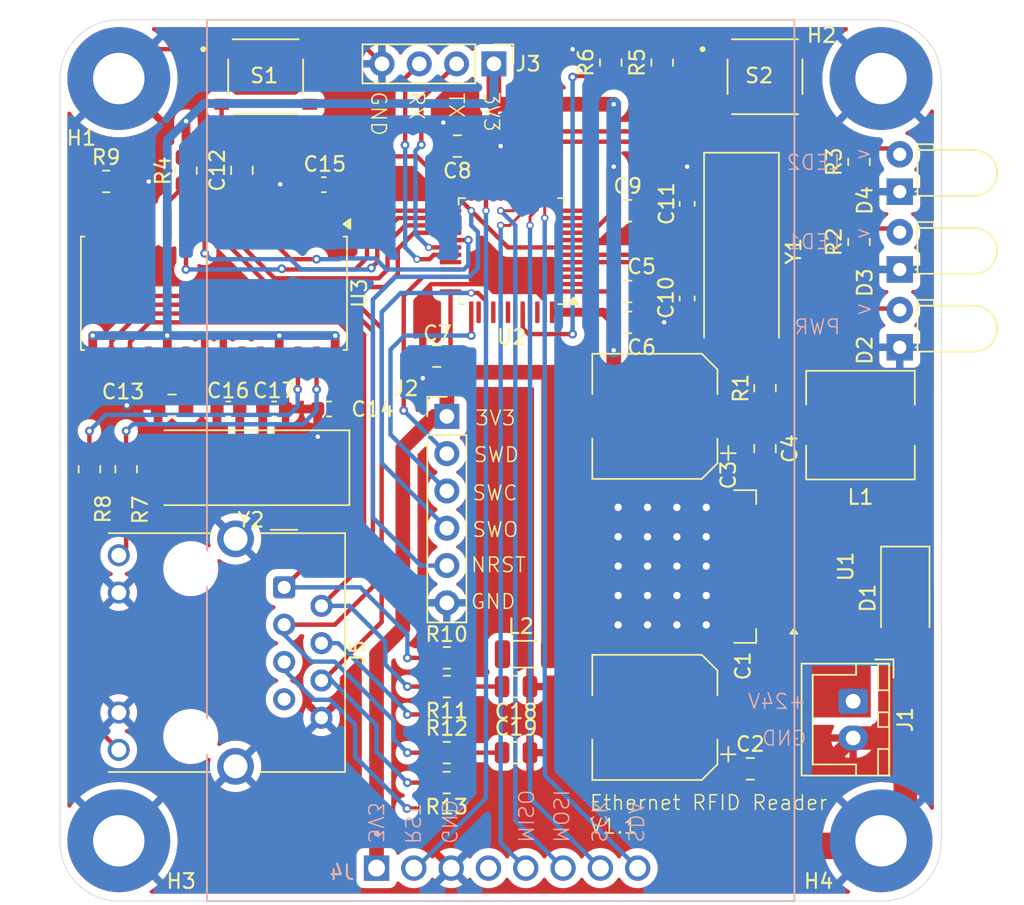
<source format=kicad_pcb>
(kicad_pcb (version 20240108) (generator "pcbnew") (generator_version "8.0")
  (title_block (title "Ethernet RFID Reader") (date "2024-11-06") (rev "1.0"))
  (layers (0 "F.Cu" signal) (31 "B.Cu" signal) (34 "B.Paste" user) (35 "F.Paste" user) (36 "B.SilkS" user "B.Silkscreen") (37 "F.SilkS" user "F.Silkscreen") (38 "B.Mask" user) (39 "F.Mask" user) (44 "Edge.Cuts" user))
  (net 0 "")
  (net 1 "+24V")
  (net 2 "GND")
  (net 3 "+3V3")
  (net 4 "/HSE_IN")
  (net 5 "/HSE_OUT")
  (net 6 "/NRST")
  (net 7 "Net-(U3-VCAP)")
  (net 8 "/ETH_OSC1")
  (net 9 "/ETH_OSC2")
  (net 10 "Net-(J5-TCT)")
  (net 11 "Net-(J5-RCT)")
  (net 12 "Net-(D1-K)")
  (net 13 "Net-(D2-A)")
  (net 14 "Net-(D3-A)")
  (net 15 "Net-(D4-A)")
  (net 16 "/SWDIO")
  (net 17 "/SWCLK")
  (net 18 "/UART_TX")
  (net 19 "/UART_RX")
  (net 20 "/RFID_RST")
  (net 22 "/RFID_MISO")
  (net 23 "/RFID_MOSI")
  (net 24 "/RFID_SCK")
  (net 25 "/RFID_NSS")
  (net 26 "/TPOUT+")
  (net 27 "/TPOUT-")
  (net 28 "/TPIN+")
  (net 29 "/TPIN-")
  (net 31 "/LEDA")
  (net 32 "/LEDB")
  (net 33 "/LED1")
  (net 34 "/LED2")
  (net 35 "Net-(R5-Pad1)")
  (net 36 "/BOOT0")
  (net 37 "Net-(U3-LEDA)")
  (net 38 "Net-(U3-LEDB)")
  (net 39 "Net-(U3-RBIAS)")
  (net 49 "/SWOUT")
  (net 50 "/ETH_NSS")
  (net 51 "/ETH_SCK")
  (net 52 "/ETH_MISO")
  (net 53 "/ETH_MOSI")
  (net 63 "/ETH_IRQ")
  (footprint "Resistor_SMD:R_0805_2012Metric" (layer "F.Cu") (at 126.325 126.9375 180)
    (property "Reference" "R13")
    (property "Value" "49.9")
  )
  (footprint "MountingHole:MountingHole_3.5mm_Pad" (layer "F.Cu") (at 155.9 79 180)
    (property "Reference" "H2")
    (property "Value" "MountingHole_Pad")
  )
  (footprint "Capacitor_SMD:C_0805_2012Metric" (layer "F.Cu") (at 131.05 120.4)
    (property "Reference" "C18")
    (property "Value" "100n")
  )
  (footprint "Connector_PinHeader_2.54mm:PinHeader_1x04_P2.54mm_Vertical" (layer "F.Cu") (at 129.54 78 -90)
    (property "Reference" "J3")
    (property "Value" "UART")
  )
  (footprint "libs:SW_TS-1187A-B-A-B" (layer "F.Cu") (at 148 78.875)
    (property "Reference" "S2")
    (property "Value" "BOOT0")
  )
  (footprint "Crystal:Crystal_SMD_HC49-SD" (layer "F.Cu") (at 146.4 90.75 -90)
    (property "Reference" "Y1")
    (property "Value" "8M")
  )
  (footprint "Resistor_SMD:R_0805_2012Metric" (layer "F.Cu") (at 104.5 105.6 -90)
    (property "Reference" "R7")
    (property "Value" "100")
  )
  (footprint "Resistor_SMD:R_0805_2012Metric" (layer "F.Cu") (at 154.4 84.6725 90)
    (property "Reference" "R3")
    (property "Value" "100")
  )
  (footprint "Capacitor_SMD:C_0603_1608Metric" (layer "F.Cu") (at 117.96 86.225 180)
    (property "Reference" "C15")
    (property "Value" "10u")
  )
  (footprint "libs:SW_TS-1187A-B-A-B" (layer "F.Cu") (at 114 78.875)
    (property "Reference" "S1")
    (property "Value" "NRST")
  )
  (footprint "Resistor_SMD:R_0805_2012Metric" (layer "F.Cu") (at 141 77.9125 -90)
    (property "Reference" "R5")
    (property "Value" "1K")
  )
  (footprint "Resistor_SMD:R_0805_2012Metric" (layer "F.Cu") (at 148 100.0875 90)
    (property "Reference" "R1")
    (property "Value" "100")
  )
  (footprint "Capacitor_SMD:C_0603_1608Metric" (layer "F.Cu") (at 142.7 87.525 -90)
    (property "Reference" "C11")
    (property "Value" "20p")
  )
  (footprint "Resistor_SMD:R_0805_2012Metric" (layer "F.Cu") (at 103.1375 86.005)
    (property "Reference" "R9")
    (property "Value" "2.2k")
  )
  (footprint "Capacitor_SMD:CP_Elec_8x10" (layer "F.Cu") (at 140.5 122.5 180)
    (property "Reference" "C1")
    (property "Value" "470u")
  )
  (footprint "Resistor_SMD:R_0805_2012Metric" (layer "F.Cu") (at 102 105.6 -90)
    (property "Reference" "R8")
    (property "Value" "100")
  )
  (footprint "Capacitor_SMD:C_0805_2012Metric" (layer "F.Cu") (at 127.05 83.6 180)
    (property "Reference" "C8")
    (property "Value" "100n")
  )
  (footprint "Crystal:Crystal_SMD_HC49-SD" (layer "F.Cu") (at 113 105.5 180)
    (property "Reference" "Y2")
    (property "Value" "25M")
  )
  (footprint "Capacitor_SMD:CP_Elec_8x10" (layer "F.Cu") (at 140.5 102 180)
    (property "Reference" "C3")
    (property "Value" "470u")
  )
  (footprint "Resistor_SMD:R_0805_2012Metric" (layer "F.Cu") (at 154.4 90.1225 90)
    (property "Reference" "R2")
    (property "Value" "100")
  )
  (footprint "Resistor_SMD:R_0805_2012Metric" (layer "F.Cu") (at 126.3375 124.9 180)
    (property "Reference" "R12")
    (property "Value" "49.9")
  )
  (footprint "libs:RJ45_Hanrun_HR911105A_Horizontal" (layer "F.Cu") (at 115.26 113.645 -90)
    (property "Reference" "J5")
    (property "Value" "RJ45_Hanrun_HR911105A_Horizontal")
  )
  (footprint "Inductor_SMD:L_7.3x7.3_H4.5" (layer "F.Cu") (at 154.5 102.6 180)
    (property "Reference" "L1")
    (property "Value" "33u")
  )
  (footprint "Capacitor_SMD:C_0603_1608Metric" (layer "F.Cu") (at 114.58 101.5 180)
    (property "Reference" "C17")
    (property "Value" "20p")
  )
  (footprint "Capacitor_SMD:C_0805_2012Metric" (layer "F.Cu") (at 107.625 101.25 180)
    (property "Reference" "C13")
    (property "Value" "22u")
  )
  (footprint "Capacitor_SMD:C_0805_2012Metric" (layer "F.Cu") (at 131.05 124.9)
    (property "Reference" "C19")
    (property "Value" "100n")
  )
  (footprint "LED_THT:LED_D3.0mm_Horizontal_O1.27mm_Z2.0mm" (layer "F.Cu") (at 157.175 92 90)
    (property "Reference" "D3")
    (property "Value" "LED")
  )
  (footprint "LED_THT:LED_D3.0mm_Horizontal_O1.27mm_Z2.0mm" (layer "F.Cu") (at 157.175 97.3 90)
    (property "Reference" "D2")
    (property "Value" "LED")
  )
  (footprint "Package_TO_SOT_SMD:TO-263-5_TabPin3" (layer "F.Cu") (at 142.575 112.225 180)
    (property "Reference" "U1")
    (property "Value" "LM2596S-3.3")
  )
  (footprint "Connector_PinHeader_2.54mm:PinHeader_1x06_P2.54mm_Vertical" (layer "F.Cu") (at 126.3375 102)
    (property "Reference" "J2")
    (property "Value" "ST-LINK")
  )
  (footprint "MountingHole:MountingHole_3.5mm_Pad" (layer "F.Cu") (at 104 130.9 180)
    (property "Reference" "H3")
    (property "Value" "MountingHole_Pad")
  )
  (footprint "Capacitor_SMD:C_0805_2012Metric" (layer "F.Cu") (at 148 104.2 -90)
    (property "Reference" "C4")
    (property "Value" "100n")
  )
  (footprint "Package_SO:SOIC-28W_7.5x17.9mm_P1.27mm" (layer "F.Cu") (at 110.48 93.62 -90)
    (property "Reference" "U3")
    (property "Value" "ENC28J60x-SO")
  )
  (footprint "Capacitor_SMD:C_0603_1608Metric" (layer "F.Cu") (at 142.7 93.975 -90)
    (property "Reference" "C10")
    (property "Value" "20p")
  )
  (footprint "Connector_JST:JST_XH_B2B-XH-A_1x02_P2.50mm_Vertical" (layer "F.Cu") (at 154 121.4 -90)
    (property "Reference" "J1")
    (property "Value" "POWER")
  )
  (footprint "Resistor_SMD:R_0805_2012Metric" (layer "F.Cu") (at 126.3375 118.445 180)
    (property "Reference" "R10")
    (property "Value" "49.9")
  )
  (footprint "Capacitor_SMD:C_0603_1608Metric" (layer "F.Cu") (at 118.32 101.5 180)
    (property "Reference" "C14")
    (property "Value" "10u")
  )
  (footprint "MountingHole:MountingHole_3.5mm_Pad" (layer "F.Cu") (at 155.9 130.9 180)
    (property "Reference" "H4")
    (property "Value" "MountingHole_Pad")
  )
  (footprint "Diode_SMD:D_SMA" (layer "F.Cu") (at 157.55 114.375 -90)
    (property "Reference" "D1")
    (property "Value" "SS22-SMA")
  )
  (footprint "Inductor_SMD:L_1206_3216Metric" (layer "F.Cu") (at 131.7 118.195 180)
    (property "Reference" "L2")
    (property "Value" "10u")
  )
  (footprint "Resistor_SMD:R_0805_2012Metric" (layer "F.Cu") (at 126.3375 120.4 180)
    (property "Reference" "R11")
    (property "Value" "49.9")
  )
  (footprint "Capacitor_SMD:C_0603_1608Metric" (layer "F.Cu") (at 111.46 101.5 180)
    (property "Reference" "C16")
    (property "Value" "20p")
  )
  (footprint "Capacitor_SMD:C_0805_2012Metric" (layer "F.Cu") (at 125.65 97.9 180)
    (property "Reference" "C7")
    (property "Value" "100n")
  )
  (footprint "Capacitor_SMD:C_0805_2012Metric" (layer "F.Cu") (at 147 126)
    (property "Reference" "C2")
    (property "Value" "100n")
  )
  (footprint "Capacitor_SMD:C_0805_2012Metric" (layer "F.Cu") (at 138.65 88)
    (property "Reference" "C9")
    (property "Value" "100n")
  )
  (footprint "MountingHole:MountingHole_3.5mm_Pad" (layer "F.Cu") (at 104 79 180)
    (property "Reference" "H1")
    (property "Value" "MountingHole_Pad")
  )
  (footprint "Capacitor_SMD:C_0805_2012Metric" (layer "F.Cu") (at 138.65 95.6)
    (property "Reference" "C6")
    (property "Value" "100n")
  )
  (footprint "LED_THT:LED_D3.0mm_Horizontal_O1.27mm_Z2.0mm" (layer "F.Cu") (at 157.175 86.7 90)
    (property "Reference" "D4")
    (property "Value" "LED")
  )
  (footprint "Capacitor_SMD:C_0805_2012Metric" (layer "F.Cu") (at 112.385 85.25 90)
    (property "Reference" "C12")
    (property "Value" "100n")
  )
  (footprint "Resistor_SMD:R_0805_2012Metric" (layer "F.Cu") (at 108.575 85.275 -90)
    (property "Reference" "R4")
    (property "Value" "10K")
  )
  (footprint "Capacitor_SMD:C_0805_2012Metric" (layer "F.Cu") (at 138.65 93.5)
    (property "Reference" "C5")
    (property "Value" "100n")
  )
  (footprint "Package_QFP:LQFP-48_7x7mm_P0.5mm" (layer "F.Cu") (at 130.75 90.75 180)
    (property "Reference" "U2")
    (property "Value" "STM32F103C8Tx")
  )
  (footprint "Resistor_SMD:R_0805_2012Metric" (layer "F.Cu") (at 137.5 77.9125 90)
    (property "Reference" "R6")
    (property "Value" "10K")
  )
  (footprint "libs:MODULE_CEG006900_1" (layer "B.Cu") (at 130 105)
    (property "Reference" "J4")
    (property "Value" "RFID_RC522")
  )
  (gr_poly (pts (xy 155.6 113.6) (xy 158.7 113.6) (xy 158.7 100.5) (xy 155.6 100.5)) (stroke (width 0.2)) (fill solid) (layer "F.Cu") (net 12))
  (gr_poly (pts (xy 147.9 115.1) (xy 155.1 115.1) (xy 155.1 122.4) (xy 142.1 122.4) (xy 142.1 120.9) (xy 147.9 120.9)) (stroke (width 0.2)) (fill solid) (layer "F.Cu") (net 1))
  (gr_line (start 100 131) (end 100 79) (stroke (width 0.05)) (layer "Edge.Cuts"))
  (gr_arc (start 156 75) (mid 158.828427 76.171573) (end 160 79) (stroke (width 0.05)) (layer "Edge.Cuts"))
  (gr_arc (start 160 131) (mid 158.828427 133.828427) (end 156 135) (stroke (width 0.05)) (layer "Edge.Cuts"))
  (gr_arc (start 100 79) (mid 101.171573 76.171573) (end 104 75) (stroke (width 0.05)) (layer "Edge.Cuts"))
  (gr_line (start 156 135) (end 104 135) (stroke (width 0.05)) (layer "Edge.Cuts"))
  (gr_line (start 160 79) (end 160 131) (stroke (width 0.05)) (layer "Edge.Cuts"))
  (gr_arc (start 104 135) (mid 101.171573 133.828427) (end 100 131) (stroke (width 0.05)) (layer "Edge.Cuts"))
  (gr_line (start 104 75) (end 156 75) (stroke (width 0.05)) (layer "Edge.Cuts"))
  (gr_text "SCK" (at 136.1 131.1 -90) (layer "B.SilkS") (effects (font (size 1 1) (thickness 0.1)) (justify left bottom mirror)))
  (gr_text "v" (at 155.2 89.1 90) (layer "B.SilkS") (effects (font (size 1 1) (thickness 0.1)) (justify left bottom mirror)))
  (gr_text "MISO" (at 131.1 131.1 -90) (layer "B.SilkS") (effects (font (size 1 1) (thickness 0.1)) (justify left bottom mirror)))
  (gr_text "LED2" (at 153.2 85.3 0) (layer "B.SilkS") (effects (font (size 1 1) (thickness 0.1)) (justify left bottom mirror)))
  (gr_text "RST" (at 123.4 131.2 -90) (layer "B.SilkS") (effects (font (size 1 1) (thickness 0.1)) (justify left bottom mirror)))
  (gr_text ">" (at 154.1 94.2 180) (layer "B.SilkS") (effects (font (size 1 1) (thickness 0.1)) (justify left bottom mirror)))
  (gr_text "GND" (at 125.9 131.2 -90) (layer "B.SilkS") (effects (font (size 1 1) (thickness 0.1)) (justify left bottom mirror)))
  (gr_text "+24V" (at 150.9 122 0) (layer "B.SilkS") (effects (font (size 1 1) (thickness 0.1)) (justify left bottom mirror)))
  (gr_text "3V3" (at 120.9 131.1 -90) (layer "B.SilkS") (effects (font (size 1 1) (thickness 0.1)) (justify left bottom mirror)))
  (gr_text "GND" (at 150.9 124.5 0) (layer "B.SilkS") (effects (font (size 1 1) (thickness 0.1)) (justify left bottom mirror)))
  (gr_text "MOSI" (at 133.5 131.1 -90) (layer "B.SilkS") (effects (font (size 1 1) (thickness 0.1)) (justify left bottom mirror)))
  (gr_text "v" (at 155.2 83.7 90) (layer "B.SilkS") (effects (font (size 1 1) (thickness 0.1)) (justify left bottom mirror)))
  (gr_text "LED1" (at 153.2 90.7 0) (layer "B.SilkS") (effects (font (size 1 1) (thickness 0.1)) (justify left bottom mirror)))
  (gr_text "PWR" (at 153.2 96.5 0) (layer "B.SilkS") (effects (font (size 1 1) (thickness 0.1)) (justify left bottom mirror)))
  (gr_text "SDA" (at 138.6 131.1 -90) (layer "B.SilkS") (effects (font (size 1 1) (thickness 0.1)) (justify left bottom mirror)))
  (gr_text "GND" (at 121.1 79.8 -90) (layer "F.SilkS") (effects (font (size 1 1) (thickness 0.1)) (justify left bottom)))
  (gr_text "TX" (at 126.4 79.9 -90) (layer "F.SilkS") (effects (font (size 1 1) (thickness 0.1)) (justify left bottom)))
  (gr_text "SWO" (at 128 110.3 0) (layer "F.SilkS") (effects (font (size 1 1) (thickness 0.1)) (justify left bottom)))
  (gr_text "3V3" (at 128.8 79.8 -90) (layer "F.SilkS") (effects (font (size 1 1) (thickness 0.1)) (justify left bottom)))
  (gr_text "RX" (at 123.7 79.8 -90) (layer "F.SilkS") (effects (font (size 1 1) (thickness 0.1)) (justify left bottom)))
  (gr_text "SWC" (at 128 107.8 0) (layer "F.SilkS") (effects (font (size 1 1) (thickness 0.1)) (justify left bottom)))
  (gr_text "NRST\n" (at 127.9 112.7 0) (layer "F.SilkS") (effects (font (size 1 1) (thickness 0.1)) (justify left bottom)))
  (gr_text "GND" (at 127.9 115.2 0) (layer "F.SilkS") (effects (font (size 1 1) (thickness 0.1)) (justify left bottom)))
  (gr_text "3V3" (at 128.2 102.7 0) (layer "F.SilkS") (effects (font (size 1 1) (thickness 0.1)) (justify left bottom)))
  (gr_text "SWD" (at 128.1 105.2 0) (layer "F.SilkS") (effects (font (size 1 1) (thickness 0.1)) (justify left bottom)))
  (gr_text "Ethernet RFID Reader\nV1.1" (at 136 130.5 0) (layer "F.SilkS") (effects (font (size 1 1) (thickness 0.1)) (justify left bottom)))
  (segment (start 143.75 125.25) (end 144.5 126) (width 1) (layer "F.Cu") (net 1))
  (segment (start 144.85 121.4) (end 143.75 122.5) (width 1) (layer "F.Cu") (net 1))
  (segment (start 144.5 126) (end 146.05 126) (width 1) (layer "F.Cu") (net 1))
  (segment (start 150.225 115.625) (end 150.225 119.075) (width 1) (layer "F.Cu") (net 1))
  (segment (start 150.2 121.4) (end 144.85 121.4) (width 1) (layer "F.Cu") (net 1))
  (segment (start 143.75 122.5) (end 143.75 125.25) (width 1) (layer "F.Cu") (net 1))
  (segment (start 150.225 115.625) (end 150.225 121.375) (width 1) (layer "F.Cu") (net 1))
  (segment (start 150.225 121.375) (end 150.2 121.4) (width 1) (layer "F.Cu") (net 1))
  (segment (start 154 121.4) (end 150.2 121.4) (width 1) (layer "F.Cu") (net 1))
  (segment (start 147.9 108.825) (end 144.125 108.825) (width 1) (layer "F.Cu") (net 2))
  (segment (start 132 115.9) (end 132 120.4) (width 0.3) (layer "F.Cu") (net 2))
  (segment (start 139.6 95.6) (end 139.6 93.5) (width 0.3) (layer "F.Cu") (net 2))
  (segment (start 126.5875 93) (end 125.27344 93) (width 0.3) (layer "F.Cu") (net 2))
  (segment (start 139.1 90) (end 139.6 89.5) (width 0.3) (layer "F.Cu") (net 2))
  (segment (start 137.25 108.05) (end 138.65 109.45) (width 1) (layer "F.Cu") (net 2))
  (segment (start 128.5 85.1) (end 130 83.6) (width 0.3) (layer "F.Cu") (net 2))
  (segment (start 131.92812 93) (end 126.5875 93) (width 0.3) (layer "F.Cu") (net 2))
  (segment (start 157.55 123.9) (end 157.55 129.25) (width 1.6) (layer "F.Cu") (net 2))
  (segment (start 142.7 86.75) (end 142.7 85) (width 0.3) (layer "F.Cu") (net 2))
  (segment (start 128.5 86.5875) (end 128.5 85.1) (width 0.3) (layer "F.Cu") (net 2))
  (segment (start 148 108.725) (end 147.9 108.825) (width 1) (layer "F.Cu") (net 2))
  (segment (start 110.685 101.5) (end 110.685 103.075) (width 0.6) (layer "F.Cu") (net 2))
  (segment (start 105.31 86.01) (end 106.04 86.01) (width 0.3) (layer "F.Cu") (net 2))
  (segment (start 117.465 86.505) (end 117.185 86.225) (width 0.3) (layer "F.Cu") (net 2))
  (segment (start 126.64 132.76) (end 126.63 132.76) (width 0.3) (layer "F.Cu") (net 2))
  (segment (start 144.125 108.825) (end 143.5 109.45) (width 1) (layer "F.Cu") (net 2))
  (segment (start 112.385 86.2) (end 114.99 86.2) (width 0.3) (layer "F.Cu") (net 2))
  (segment (start 106.035 88.97) (end 106.035 86.735) (width 0.3) (layer "F.Cu") (net 2))
  (segment (start 111 77) (end 105.5 77) (width 0.3) (layer "F.Cu") (net 2))
  (segment (start 106.675 100.275) (end 106.675 101.25) (width 0.6) (layer "F.Cu") (net 2))
  (segment (start 151.9 126) (end 154 123.9) (width 1) (layer "F.Cu") (net 2))
  (segment (start 137.25 124.25) (end 144.25 131.25) (width 1.8) (layer "F.Cu") (net 2))
  (segment (start 142.7 95.26) (end 142.36 95.6) (width 0.3) (layer "F.Cu") (net 2))
  (segment (start 111 77) (end 117 77) (width 0.3) (layer "F.Cu") (net 2))
  (segment (start 148 105.15) (end 148 108.725) (width 1) (layer "F.Cu") (net 2))
  (segment (start 111.115 98.27) (end 111.115 99.585) (width 0.6) (layer "F.Cu") (net 2))
  (segment (start 147.95 126) (end 147.95 131.25) (width 1) (layer "F.Cu") (net 2))
  (segment (start 117.545 101.5) (end 115.355 101.5) (width 0.6) (layer "F.Cu") (net 2))
  (segment (start 117.185 86.225) (end 115.015 86.225) (width 0.3) (layer "F.Cu") (net 2))
  (segment (start 120.92 77) (end 121.92 78) (width 0.3) (layer "F.Cu") (net 2))
  (segment (start 150.225 108.825) (end 147.9 108.825) (width 1) (layer "F.Cu") (net 2))
  (segment (start 117.545 101.5) (end 117.545 103.375) (width 0.6) (layer "F.Cu") (net 2))
  (segment (start 157.55 116.375) (end 157.55 123.9) (width 1.6) (layer "F.Cu") (net 2))
  (segment (start 150.225 112.225) (end 141.075 112.225) (width 1) (layer "F.Cu") (net 2))
  (segment (start 154 123.9) (end 157.55 123.9) (width 1.6) (layer "F.Cu") (net 2))
  (segment (start 117.465 88.97) (end 117.465 86.505) (width 0.3) (layer "F.Cu") (net 2))
  (segment (start 125.27344 93) (end 124.7 93.57344) (width 0.3) (layer "F.Cu") (net 2))
  (segment (start 106.035 86.735) (end 106.035 86.015) (width 0.3) (layer "F.Cu") (net 2))
  (segment (start 106.035 99.635) (end 106.675 100.275) (width 0.6) (layer "F.Cu") (net 2))
  (segment (start 124.7 97.9) (end 124.7 95.45) (width 0.3) (layer "F.Cu") (net 2))
  (segment (start 133 94.07188) (end 131.92812 93) (width 0.3) (layer "F.Cu") (net 2))
  (segment (start 124.7 93.57344) (end 124.7 95.45) (width 0.3) (layer "F.Cu") (net 2))
  (segment (start 110.685 100.015) (end 110.685 101.5) (width 0.6) (layer "F.Cu") (net 2))
  (segment (start 117 77) (end 120.92 77) (width 0.3) (layer "F.Cu") (net 2))
  (segment (start 156.5 131) (end 156.25 131.25) (width 1) (layer "F.Cu") (net 2))
  (segment (start 144.25 131.25) (end 156.25 131.25) (width 1.8) (layer "F.Cu") (net 2))
  (segment (start 126.1 83.6) (end 126.1 82) (width 0.2) (layer "F.Cu") (net 2))
  (segment (start 117.16 86.2) (end 117.185 86.225) (width 0.3) (layer "F.Cu") (net 2))
  (segment (start 106.035 86.015) (end 106.04 86.01) (width 0.3) (layer "F.Cu") (net 2))
  (segment (start 142.7 86.75) (end 140.85 86.75) (width 0.3) (layer "F.Cu") (net 2))
  (segment (start 137.5 77) (end 134.9 77) (width 0.3) (layer "F.Cu") (net 2))
  (segment (start 134.9125 90) (end 139.1 90) (width 0.3) (layer "F.Cu") (net 2))
  (segment (start 106.035 98.27) (end 106.035 99.635) (width 0.6) (layer "F.Cu") (net 2))
  (segment (start 142.7 94.75) (end 142.7 95.26) (width 0.3) (layer "F.Cu") (net 2))
  (segment (start 139.6 95.6) (end 141.13 95.6) (width 0.3) (layer "F.Cu") (net 2))
  (segment (start 110.685 103.075) (end 110.36 103.4) (width 0.6) (layer "F.Cu") (net 2))
  (segment (start 137.25 102) (end 137.25 108.05) (width 1.8) (layer "F.Cu") (net 2))
  (segment (start 142.36 95.6) (end 141.13 95.6) (width 0.3) (layer "F.Cu") (net 2))
  (segment (start 140.85 86.75) (end 139.6 88) (width 0.3) (layer "F.Cu") (net 2))
  (segment (start 110.36 103.4) (end 107.35 103.4) (width 0.6) (layer "F.Cu") (net 2))
  (segment (start 133 94.9125) (end 133 94.07188) (width 0.3) (layer "F.Cu") (net 2))
  (segment (start 124.7 97.9) (end 124.7 99.4) (width 0.3) (layer "F.Cu") (net 2))
  (segment (start 106.675 102.725) (end 106.675 101.25) (width 0.6) (layer "F.Cu") (net 2))
  (segment (start 105.305 86.005) (end 104.05 86.005) (width 0.3) (layer "F.Cu") (net 2))
  (segment (start 147.95 126) (end 151.9 126) (width 1) (layer "F.Cu") (net 2))
  (segment (start 111.115 99.585) (end 110.685 100.015) (width 0.6) (layer "F.Cu") (net 2))
  (segment (start 132 120.4) (end 132 124.9) (width 0.3) (layer "F.Cu") (net 2))
  (segment (start 115.015 86.225) (end 114.99 86.2) (width 0.3) (layer "F.Cu") (net 2))
  (segment (start 132 124.9) (end 132 127.39) (width 0.3) (layer "F.Cu") (net 2))
  (segment (start 130.8 114.7) (end 132 115.9) (width 0.3) (layer "F.Cu") (net 2))
  (segment (start 137.25 116.4) (end 138.65 115) (width 1) (layer "F.Cu") (net 2))
  (segment (start 137.25 122.5) (end 137.25 124.25) (width 1.8) (layer "F.Cu") (net 2))
  (segment (start 106.675 101.25) (end 104.55 101.25) (width 0.6) (layer "F.Cu") (net 2))
  (segment (start 147.95 131.25) (end 156.25 131.25) (width 1) (layer "F.Cu") (net 2))
  (segment (start 132 127.39) (end 126.63 132.76) (width 0.3) (layer "F.Cu") (net 2))
  (segment (start 117.545 103.375) (end 117.55 103.38) (width 0.6) (layer "F.Cu") (net 2))
  (segment (start 105.5 77) (end 103.75 78.75) (width 0.3) (layer "F.Cu") (net 2))
  (segment (start 137.25 122.5) (end 137.25 116.4) (width 1.8) (layer "F.Cu") (net 2))
  (segment (start 107.35 103.4) (end 106.675 102.725) (width 0.6) (layer "F.Cu") (net 2))
  (segment (start 109.845 98.27) (end 111.115 98.27) (width 0.6) (layer "F.Cu") (net 2))
  (segment (start 139.6 89.5) (end 139.6 88) (width 0.3) (layer "F.Cu") (net 2))
  (segment (start 126.3375 114.7) (end 130.8 114.7) (width 0.3) (layer "F.Cu") (net 2))
  (segment (start 105.305 86.005) (end 105.31 86.01) (width 0.3) (layer "F.Cu") (net 2))
  (segment (start 157.55 129.25) (end 155.9 130.9) (width 1) (layer "F.Cu") (net 2))
  (via (at 140 114.2) (size 1) (drill 0.5) (layers "F.Cu" "B.Cu") (net 2))
  (via (at 138 108.2) (size 1) (drill 0.5) (layers "F.Cu" "B.Cu") (net 2))
  (via (at 104.55 101.25) (size 0.6) (drill 0.3) (layers "F.Cu" "B.Cu") (net 2))
  (via (at 142 112.2) (size 1) (drill 0.5) (layers "F.Cu" "B.Cu") (net 2))
  (via (at 142 116.2) (size 1) (drill 0.5) (layers "F.Cu" "B.Cu") (net 2))
  (via (at 144 110.2) (size 1) (drill 0.5) (layers "F.Cu" "B.Cu") (net 2))
  (via (at 142.7 85) (size 0.6) (drill 0.3) (layers "F.Cu" "B.Cu") (net 2))
  (via (at 144 116.2) (size 1) (drill 0.5) (layers "F.Cu" "B.Cu") (net 2))
  (via (at 130 83.6) (size 0.6) (drill 0.3) (layers "F.Cu" "B.Cu") (net 2))
  (via (at 126.1 82) (size 0.6) (drill 0.3) (layers "F.Cu" "B.Cu") (net 2))
  (via (at 117.55 103.38) (size 0.6) (drill 0.3) (layers "F.Cu" "B.Cu") (net 2))
  (via (at 140 116.2) (size 1) (drill 0.5) (layers "F.Cu" "B.Cu") (net 2))
  (via (at 144 114.2) (size 1) (drill 0.5) (layers "F.Cu" "B.Cu") (net 2))
  (via (at 142 108.2) (size 1) (drill 0.5) (layers "F.Cu" "B.Cu") (net 2))
  (via (at 114.99 86.2) (size 0.6) (drill 0.3) (layers "F.Cu" "B.Cu") (net 2))
  (via (at 138 110.2) (size 1) (drill 0.5) (layers "F.Cu" "B.Cu") (net 2))
  (via (at 138 112.2) (size 1) (drill 0.5) (layers "F.Cu" "B.Cu") (net 2))
  (via (at 138 116.2) (size 1) (drill 0.5) (layers "F.Cu" "B.Cu") (net 2))
  (via (at 142 114.2) (size 1) (drill 0.5) (layers "F.Cu" "B.Cu") (net 2))
  (via (at 142 110.2) (size 1) (drill 0.5) (layers "F.Cu" "B.Cu") (net 2))
  (via (at 134.9 77) (size 0.6) (drill 0.3) (layers "F.Cu" "B.Cu") (net 2))
  (via (at 106.04 86.01) (size 0.6) (drill 0.3) (layers "F.Cu" "B.Cu") (net 2))
  (via (at 144 108.2) (size 1) (drill 0.5) (layers "F.Cu" "B.Cu") (net 2))
  (via (at 140 112.2) (size 1) (drill 0.5) (layers "F.Cu" "B.Cu") (net 2))
  (via (at 141.13 95.6) (size 0.6) (drill 0.3) (layers "F.Cu" "B.Cu") (net 2))
  (via (at 124.7 99.4) (size 0.6) (drill 0.3) (layers "F.Cu" "B.Cu") (net 2))
  (via (at 144 112.2) (size 1) (drill 0.5) (layers "F.Cu" "B.Cu") (net 2))
  (via (at 138 114.2) (size 1) (drill 0.5) (layers "F.Cu" "B.Cu") (net 2))
  (via (at 140 110.2) (size 1) (drill 0.5) (layers "F.Cu" "B.Cu") (net 2))
  (via (at 140 108.2) (size 1) (drill 0.5) (layers "F.Cu" "B.Cu") (net 2))
  (segment (start 123.339214 104.160786) (end 123.339214 116.410786) (width 1) (layer "F.Cu") (net 3))
  (segment (start 153.9 103.1) (end 153.9 110.1) (width 1) (layer "F.Cu") (net 3))
  (segment (start 143.75 99.85) (end 142.9 99) (width 1) (layer "F.Cu") (net 3))
  (segment (start 148 103.25) (end 148 101) (width 0.6) (layer "F.Cu") (net 3))
  (segment (start 126.3375 100.3625) (end 126.3375 102) (width 1) (layer "F.Cu") (net 3))
  (segment (start 118.735 96.505) (end 118.74 96.5) (width 0.6) (layer "F.Cu") (net 3))
  (segment (start 137.0125 94.9125) (end 133.65 94.9125) (width 0.6) (layer "F.Cu") (net 3))
  (segment (start 129.59 80.75) (end 129.54 80.7) (width 1) (layer "F.Cu") (net 3))
  (segment (start 137.7 93.5) (end 137.7 95.6) (width 0.6) (layer "F.Cu") (net 3))
  (segment (start 137.7 95.6) (end 137.7 97.5) (width 1) (layer "F.Cu") (net 3))
  (segment (start 136.2 89.5) (end 137.7 88) (width 0.3) (layer "F.Cu") (net 3))
  (segment (start 107.305 96.505) (end 107.3 96.5) (width 0.6) (layer "F.Cu") (net 3))
  (segment (start 107.305 98.27) (end 108.575 98.27) (width 0.6) (layer "F.Cu") (net 3))
  (segment (start 153.4 102.6) (end 153.9 103.1) (width 1) (layer "F.Cu") (net 3))
  (segment (start 118.735 99.835) (end 119.095 100.195) (width 0.6) (layer "F.Cu") (net 3))
  (segment (start 102.225 96.5) (end 102.225 98.27) (width 0.6) (layer "F.Cu") (net 3))
  (segment (start 151.3 102.6) (end 153.4 102.6) (width 1) (layer "F.Cu") (net 3))
  (segment (start 134.9125 89.5) (end 136.2 89.5) (width 0.3) (layer "F.Cu") (net 3))
  (segment (start 133.275 118.195) (end 133.275 99.425) (width 1) (layer "F.Cu") (net 3))
  (segment (start 153.9 110.1) (end 153.475 110.525) (width 1) (layer "F.Cu") (net 3))
  (segment (start 134.9125 93.5) (end 137.7 93.5) (width 0.3) (layer "F.Cu") (net 3))
  (segment (start 119.095 100.195) (end 119.095 101.5) (width 0.6) (layer "F.Cu") (net 3))
  (segment (start 129.54 78) (end 129.54 82.06) (width 0.6) (layer "F.Cu") (net 3))
  (segment (start 129.54 80.7) (end 129.54 78) (width 1) (layer "F.Cu") (net 3))
  (segment (start 129.54 82.06) (end 128 83.6) (width 0.6) (layer "F.Cu") (net 3))
  (segment (start 126.5875 97.8875) (end 126.6 97.9) (width 0.2) (layer "F.Cu") (net 3))
  (segment (start 107.305 98.27) (end 107.305 96.505) (width 0.6) (layer "F.Cu") (net 3))
  (segment (start 133.7 99) (end 137.7 99) (width 1) (layer "F.Cu") (net 3))
  (segment (start 108.575 98.27) (end 108.575 101.25) (width 0.6) (layer "F.Cu") (net 3))
  (segment (start 133.25 118.17) (end 133.275 118.195) (width 0.6) (layer "F.Cu") (net 3))
  (segment (start 126.3375 102) (end 125.5 102) (width 1) (layer "F.Cu") (net 3))
  (segment (start 137.7 97.5) (end 137.7 99) (width 1) (layer "F.Cu") (net 3))
  (segment (start 123.339214 116.410786) (end 121.55 118.2) (width 1) (layer "F.Cu") (net 3))
  (segment (start 114.925 96.505) (end 114.93 96.5) (width 0.6) (layer "F.Cu") (net 3))
  (segment (start 114.925 98.27) (end 114.925 96.505) (width 0.6) (layer "F.Cu") (net 3))
  (segment (start 121.55 118.2) (end 121.55 132.76) (width 1) (layer "F.Cu") (net 3))
  (segment (start 137.7 80.75) (end 129.59 80.75) (width 1) (layer "F.Cu") (net 3))
  (segment (start 150.65 103.25) (end 151.3 102.6) (width 1) (layer "F.Cu") (net 3))
  (segment (start 128 86.5875) (end 128 83.6) (width 0.3) (layer "F.Cu") (net 3))
  (segment (start 118.735 98.27) (end 118.735 99.835) (width 0.6) (layer "F.Cu") (net 3))
  (segment (start 148 101) (end 144.75 101) (width 1) (layer "F.Cu") (net 3))
  (segment (start 127.7 99) (end 126.3375 100.3625) (width 1) (layer "F.Cu") (net 3))
  (segment (start 108.575 81.905) (end 108.58 81.9) (width 0.6) (layer "F.Cu") (net 3))
  (segment (start 137.7 95.6) (end 137.0125 94.9125) (width 0.6) (layer "F.Cu") (net 3))
  (segment (start 151 80.75) (end 145 80.75) (width 0.3) (layer "F.Cu") (net 3))
  (segment (start 127.7 99) (end 137.7 99) (width 1) (layer "F.Cu") (net 3))
  (segment (start 126.5875 93.5) (end 126.5875 97.8875) (width 0.3) (layer "F.Cu") (net 3))
  (segment (start 143.75 102) (end 143.75 99.85) (width 1) (layer "F.Cu") (net 3))
  (segment (start 125.5 102) (end 123.339214 104.160786) (width 1) (layer "F.Cu") (net 3))
  (segment (start 126.6 97.9) (end 127.7 99) (width 1) (layer "F.Cu") (net 3))
  (segment (start 108.575 84.3625) (end 108.575 81.905) (width 0.6) (layer "F.Cu") (net 3))
  (segment (start 118.735 98.27) (end 118.735 96.505) (width 0.6) (layer "F.Cu") (net 3))
  (segment (start 118.74 98.265) (end 118.735 98.27) (width 0.6) (layer "F.Cu") (net 3))
  (segment (start 148 103.25) (end 150.65 103.25) (width 1) (layer "F.Cu") (net 3))
  (segment (start 133.275 99.425) (end 133.7 99) (width 1) (layer "F.Cu") (net 3))
  (segment (start 153.475 110.525) (end 150.225 110.525) (width 1) (layer "F.Cu") (net 3))
  (segment (start 144.75 101) (end 143.75 102) (width 1) (layer "F.Cu") (net 3))
  (segment (start 137.7 85) (end 137.7 88) (width 1) (layer "F.Cu") (net 3))
  (segment (start 108.575 97.775) (end 108.575 98.27) (width 0.6) (layer "F.Cu") (net 3))
  (segment (start 128 83.6) (end 128 83.5) (width 0.6) (layer "F.Cu") (net 3))
  (segment (start 142.9 99) (end 137.7 99) (width 1) (layer "F.Cu") (net 3))
  (segment (start 114.93 98.265) (end 114.925 98.27) (width 0.6) (layer "F.Cu") (net 3))
  (via (at 137.7 80.75) (size 0.6) (drill 0.3) (layers "F.Cu" "B.Cu") (net 3))
  (via (at 108.58 81.9) (size 0.6) (drill 0.3) (layers "F.Cu" "B.Cu") (net 3))
  (via (at 102.225 96.5) (size 0.6) (drill 0.3) (layers "F.Cu" "B.Cu") (net 3))
  (via (at 118.74 96.5) (size 0.6) (drill 0.3) (layers "F.Cu" "B.Cu") (net 3))
  (via (at 114.93 96.5) (size 0.6) (drill 0.3) (layers "F.Cu" "B.Cu") (net 3))
  (via (at 137.7 85) (size 0.6) (drill 0.3) (layers "F.Cu" "B.Cu") (net 3))
  (via (at 137.7 97.5) (size 0.6) (drill 0.3) (layers "F.Cu" "B.Cu") (net 3))
  (via (at 107.3 96.5) (size 0.6) (drill 0.3) (layers "F.Cu" "B.Cu") (net 3))
  (segment (start 108.58 81.9) (end 107.3 83.18) (width 0.6) (layer "B.Cu") (net 3))
  (segment (start 108.58 81.92) (end 108.58 81.9) (width 0.6) (layer "B.Cu") (net 3))
  (segment (start 129.54 80.7) (end 129.54 78) (width 0.6) (layer "B.Cu") (net 3))
  (segment (start 137.7 85) (end 137.7 80.75) (width 1) (layer "B.Cu") (net 3))
  (segment (start 114.93 96.5) (end 118.74 96.5) (width 0.6) (layer "B.Cu") (net 3))
  (segment (start 107.3 96.5) (end 114.93 96.5) (width 0.6) (layer "B.Cu") (net 3))
  (segment (start 107.3 83.18) (end 107.3 96.5) (width 0.6) (layer "B.Cu") (net 3))
  (segment (start 109.78 80.7) (end 129.54 80.7) (width 0.6) (layer "B.Cu") (net 3))
  (segment (start 102.225 96.5) (end 107.3 96.5) (width 0.6) (layer "B.Cu") (net 3))
  (segment (start 108.58 81.9) (end 109.78 80.7) (width 0.6) (layer "B.Cu") (net 3))
  (segment (start 118.74 96.5) (end 118.74 96.54) (width 0.6) (layer "B.Cu") (net 3))
  (segment (start 137.7 97.5) (end 137.7 85) (width 1) (layer "B.Cu") (net 3))
  (segment (start 141 91.5) (end 142.7 93.2) (width 0.3) (layer "F.Cu") (net 4))
  (segment (start 144.6 93.2) (end 146.4 95) (width 0.6) (layer "F.Cu") (net 4))
  (segment (start 134.9125 91.5) (end 141 91.5) (width 0.3) (layer "F.Cu") (net 4))
  (segment (start 142.7 93.2) (end 144.6 93.2) (width 0.6) (layer "F.Cu") (net 4))
  (segment (start 146.4 93) (end 146.4 95) (width 0.3) (layer "F.Cu") (net 4))
  (segment (start 142.7 89.3) (end 142.7 88.3) (width 0.3) (layer "F.Cu") (net 5))
  (segment (start 144.6 88.3) (end 146.4 86.5) (width 0.6) (layer "F.Cu") (net 5))
  (segment (start 142.7 88.3) (end 144.6 88.3) (width 0.6) (layer "F.Cu") (net 5))
  (segment (start 141 91) (end 142.7 89.3) (width 0.3) (layer "F.Cu") (net 5))
  (segment (start 134.9125 91) (end 141 91) (width 0.3) (layer "F.Cu") (net 5))
  (segment (start 134.9125 90.5) (end 130.5 90.5) (width 0.3) (layer "F.Cu") (net 6))
  (segment (start 128 88) (end 124.3 84.3) (width 0.3) (layer "F.Cu") (net 6))
  (segment (start 111.39 84.3) (end 112.385 84.3) (width 0.3) (layer "F.Cu") (net 6))
  (segment (start 111 83.91) (end 111.39 84.3) (width 0.3) (layer "F.Cu") (net 6))
  (segment (start 111 80.75) (end 116.45 80.75) (width 0.3) (layer "F.Cu") (net 6))
  (segment (start 117 80.75) (end 116.45 80.75) (width 0.3) (layer "F.Cu") (net 6))
  (segment (start 124.3 84.3) (end 112.385 84.3) (width 0.3) (layer "F.Cu") (net 6))
  (segment (start 109.5025 86.1875) (end 111.39 84.3) (width 0.3) (layer "F.Cu") (net 6))
  (segment (start 130.5 90.5) (end 128 88) (width 0.3) (layer "F.Cu") (net 6))
  (segment (start 116.45 80.75) (end 116.44 80.76) (width 0.3) (layer "F.Cu") (net 6))
  (segment (start 108.575 86.1875) (end 107.305 87.4575) (width 0.3) (layer "F.Cu") (net 6))
  (segment (start 108.575 86.1875) (end 109.5025 86.1875) (width 0.3) (layer "F.Cu") (net 6))
  (segment (start 111 80.75) (end 111 83.91) (width 0.3) (layer "F.Cu") (net 6))
  (segment (start 107.305 87.4575) (end 107.305 88.97) (width 0.3) (layer "F.Cu") (net 6))
  (via (at 128 88) (size 0.5) (drill 0.3) (layers "F.Cu" "B.Cu") (net 6))
  (segment (start 128.45 89.45) (end 128 89) (width 0.3) (layer "B.Cu") (net 6))
  (segment (start 121.3 108.9) (end 121.3 94.05) (width 0.3) (layer "B.Cu") (net 6))
  (segment (start 128.45 91.9) (end 128.45 89.45) (width 0.3) (layer "B.Cu") (net 6))
  (segment (start 121.3 94.05) (end 122.85 92.5) (width 0.3) (layer "B.Cu") (net 6))
  (segment (start 124.56 112.16) (end 121.3 108.9) (width 0.3) (layer "B.Cu") (net 6))
  (segment (start 122.85 92.5) (end 127.85 92.5) (width 0.3) (layer "B.Cu") (net 6))
  (segment (start 128 89) (end 128 88) (width 0.3) (layer "B.Cu") (net 6))
  (segment (start 127.85 92.5) (end 128.45 91.9) (width 0.3) (layer "B.Cu") (net 6))
  (segment (start 126.3375 112.16) (end 124.56 112.16) (width 0.3) (layer "B.Cu") (net 6))
  (segment (start 118.735 88.97) (end 118.735 86.225) (width 0.3) (layer "F.Cu") (net 7))
  (segment (start 112.385 101.35) (end 112.235 101.5) (width 0.6) (layer "F.Cu") (net 8))
  (segment (start 112.235 101.5) (end 112.235 104.465) (width 0.6) (layer "F.Cu") (net 8))
  (segment (start 112.235 104.465) (end 111.2 105.5) (width 0.6) (layer "F.Cu") (net 8))
  (segment (start 112.385 98.27) (end 112.385 101.35) (width 0.6) (layer "F.Cu") (net 8))
  (segment (start 111.2 105.5) (end 108.75 105.5) (width 0.6) (layer "F.Cu") (net 8))
  (segment (start 114.8 105.5) (end 117.25 105.5) (width 0.6) (layer "F.Cu") (net 9))
  (segment (start 113.805 101.5) (end 113.805 104.505) (width 0.6) (layer "F.Cu") (net 9))
  (segment (start 113.655 101.35) (end 113.805 101.5) (width 0.6) (layer "F.Cu") (net 9))
  (segment (start 113.805 104.505) (end 114.8 105.5) (width 0.6) (layer "F.Cu") (net 9))
  (segment (start 113.655 98.27) (end 113.655 101.35) (width 0.6) (layer "F.Cu") (net 9))
  (segment (start 130.1 118.22) (end 130.125 118.195) (width 0.3) (layer "F.Cu") (net 10))
  (segment (start 127.25 121.55) (end 126.5 122.3) (width 0.3) (layer "F.Cu") (net 10))
  (segment (start 123.65 122.3) (end 126.5 122.3) (width 0.3) (layer "F.Cu") (net 10))
  (segment (start 127.25 120.4) (end 127.25 118.445) (width 0.3) (layer "F.Cu") (net 10))
  (segment (start 127.25 120.4) (end 127.25 121.55) (width 0.3) (layer "F.Cu") (net 10))
  (segment (start 127.25 120.4) (end 130.1 120.4) (width 0.3) (layer "F.Cu") (net 10))
  (via (at 123.65 122.3) (size 0.6) (drill 0.3) (layers "F.Cu" "B.Cu") (net 10))
  (segment (start 123.65 122.15) (end 123.65 122.3) (width 0.3) (layer "B.Cu") (net 10))
  (segment (start 117.8 117.445) (end 118.945 117.445) (width 0.3) (layer "B.Cu") (net 10))
  (segment (start 118.945 117.445) (end 123.65 122.15) (width 0.3) (layer "B.Cu") (net 10))
  (segment (start 127.2375 126.9375) (end 127.2375 127.9625) (width 0.3) (layer "F.Cu") (net 11))
  (segment (start 127.2375 127.9625) (end 126.5 128.7) (width 0.3) (layer "F.Cu") (net 11))
  (segment (start 127.25 124.9) (end 130.1 124.9) (width 0.3) (layer "F.Cu") (net 11))
  (segment (start 127.2375 126.9375) (end 127.2375 124.9125) (width 0.3) (layer "F.Cu") (net 11))
  (segment (start 123.625 128.7) (end 126.5 128.7) (width 0.3) (layer "F.Cu") (net 11))
  (segment (start 127.2375 124.9125) (end 127.25 124.9) (width 0.3) (layer "F.Cu") (net 11))
  (via (at 123.625 128.7) (size 0.6) (drill 0.3) (layers "F.Cu" "B.Cu") (net 11))
  (segment (start 118.4 121.3) (end 120.1 123) (width 0.3) (layer "B.Cu") (net 11))
  (segment (start 120.1 125.175) (end 123.625 128.7) (width 0.3) (layer "B.Cu") (net 11))
  (segment (start 115.26 119.26) (end 117.3 121.3) (width 0.3) (layer "B.Cu") (net 11))
  (segment (start 115.26 118.725) (end 115.26 119.26) (width 0.3) (layer "B.Cu") (net 11))
  (segment (start 117.3 121.3) (end 118.4 121.3) (width 0.3) (layer "B.Cu") (net 11))
  (segment (start 120.1 123) (end 120.1 125.175) (width 0.3) (layer "B.Cu") (net 11))
  (segment (start 157.7 112.225) (end 157.55 112.375) (width 1) (layer "F.Cu") (net 12))
  (segment (start 157.7 102.6) (end 157.7 112.225) (width 1.6) (layer "F.Cu") (net 12))
  (segment (start 154.675 113.925) (end 150.225 113.925) (width 1) (layer "F.Cu") (net 12))
  (segment (start 156.225 112.375) (end 154.675 113.925) (width 1) (layer "F.Cu") (net 12))
  (segment (start 157.55 112.375) (end 156.225 112.375) (width 1) (layer "F.Cu") (net 12))
  (segment (start 148.225 99.175) (end 152.74 94.66) (width 0.3) (layer "F.Cu") (net 13))
  (segment (start 148 99.175) (end 148.225 99.175) (width 0.3) (layer "F.Cu") (net 13))
  (segment (start 152.74 94.66) (end 157.175 94.66) (width 0.3) (layer "F.Cu") (net 13))
  (segment (start 154.4 89.21) (end 157.175 89.21) (width 0.3) (layer "F.Cu") (net 14))
  (segment (start 154.4 83.76) (end 157.175 83.76) (width 0.3) (layer "F.Cu") (net 15))
  (segment (start 124.7 92.5) (end 123.4 93.8) (width 0.3) (layer "F.Cu") (net 16))
  (segment (start 126.5875 92.5) (end 124.7 92.5) (width 0.3) (layer "F.Cu") (net 16))
  (segment (start 123.4 93.8) (end 123.4 101.6) (width 0.3) (layer "F.Cu") (net 16))
  (via (at 123.4 101.6) (size 0.6) (drill 0.3) (layers "F.Cu" "B.Cu") (net 16))
  (segment (start 123.4 101.6) (end 123.4 101.6025) (width 0.3) (layer "B.Cu") (net 16))
  (segment (start 123.4 101.6025) (end 126.3375 104.54) (width 0.3) (layer "B.Cu") (net 16))
  (segment (start 128 96.5) (end 128 94.9125) (width 0.3) (layer "F.Cu") (net 17))
  (via (at 128 96.5) (size 0.6) (drill 0.3) (layers "F.Cu" "B.Cu") (net 17))
  (segment (start 123.45 96.5) (end 128 96.5) (width 0.3) (layer "B.Cu") (net 17))
  (segment (start 122.5 97.45) (end 123.45 96.5) (width 0.3) (layer "B.Cu") (net 17))
  (segment (start 122.5 103.2425) (end 122.5 97.45) (width 0.3) (layer "B.Cu") (net 17))
  (segment (start 126.3375 107.08) (end 122.5 103.2425) (width 0.3) (layer "B.Cu") (net 17))
  (segment (start 127 78) (end 124.6 80.4) (width 0.3) (layer "F.Cu") (net 18))
  (segment (start 124.6 80.4) (end 124.6 83.51) (width 0.3) (layer "F.Cu") (net 18))
  (segment (start 126.5875 90.5) (end 125.1 90.5) (width 0.3) (layer "F.Cu") (net 18))
  (via (at 124.6 83.51) (size 0.6) (drill 0.3) (layers "F.Cu" "B.Cu") (net 18))
  (via (at 125.1 90.5) (size 0.5) (drill 0.3) (layers "F.Cu" "B.Cu") (net 18))
  (segment (start 125.1 90.5) (end 124.2 89.6) (width 0.3) (layer "B.Cu") (net 18))
  (segment (start 124.2 89.6) (end 124.2 83.91) (width 0.3) (layer "B.Cu") (net 18))
  (segment (start 124.2 83.91) (end 124.6 83.51) (width 0.3) (layer "B.Cu") (net 18))
  (segment (start 125.448529 91) (end 125.148529 91.3) (width 0.3) (layer "F.Cu") (net 19))
  (segment (start 125.148529 91.3) (end 124.3 91.3) (width 0.3) (layer "F.Cu") (net 19))
  (segment (start 126.5875 91) (end 125.448529 91) (width 0.3) (layer "F.Cu") (net 19))
  (segment (start 123.5 78.96) (end 123.5 83.52) (width 0.3) (layer "F.Cu") (net 19))
  (segment (start 124.46 78) (end 123.5 78.96) (width 0.3) (layer "F.Cu") (net 19))
  (segment (start 123.5 83.52) (end 123.49 83.53) (width 0.3) (layer "F.Cu") (net 19))
  (via (at 124.3 91.3) (size 0.5) (drill 0.3) (layers "F.Cu" "B.Cu") (net 19))
  (via (at 123.49 83.53) (size 0.6) (drill 0.3) (layers "F.Cu" "B.Cu") (net 19))
  (segment (start 124.3 91.3) (end 123.5 90.5) (width 0.3) (layer "B.Cu") (net 19))
  (segment (start 123.5 83.54) (end 123.49 83.53) (width 0.3) (layer "B.Cu") (net 19))
  (segment (start 123.5 90.5) (end 123.5 83.54) (width 0.3) (layer "B.Cu") (net 19))
  (segment (start 129 88) (end 129 86.5875) (width 0.3) (layer "F.Cu") (net 20))
  (via (at 129 88) (size 0.5) (drill 0.3) (layers "F.Cu" "B.Cu") (net 20))
  (segment (start 124.24 132.76) (end 124.09 132.76) (width 0.3) (layer "B.Cu") (net 20))
  (segment (start 129 88) (end 129 128) (width 0.3) (layer "B.Cu") (net 20))
  (segment (start 129 128) (end 124.24 132.76) (width 0.3) (layer "B.Cu") (net 20))
  (segment (start 132 86.5875) (end 132 87.62) (width 0.2) (layer "F.Cu") (net 22))
  (segment (start 130.62 89) (end 130 89) (width 0.2) (layer "F.Cu") (net 22))
  (segment (start 132 87.62) (end 130.62 89) (width 0.2) (layer "F.Cu") (net 22))
  (via (at 130 89) (size 0.5) (drill 0.3) (layers "F.Cu" "B.Cu") (net 22))
  (segment (start 130 131.05) (end 131.71 132.76) (width 0.3) (layer "B.Cu") (net 22))
  (segment (start 130 89) (end 130 131.05) (width 0.3) (layer "B.Cu") (net 22))
  (segment (start 130.85741 88) (end 130 88) (width 0.2) (layer "F.Cu") (net 23))
  (segment (start 131.5 87.35741) (end 130.85741 88) (width 0.2) (layer "F.Cu") (net 23))
  (segment (start 131.5 86.5875) (end 131.5 87.35741) (width 0.2) (layer "F.Cu") (net 23))
  (via (at 130 88) (size 0.5) (drill 0.3) (layers "F.Cu" "B.Cu") (net 23))
  (segment (start 130 88) (end 131 89) (width 0.3) (layer "B.Cu") (net 23))
  (segment (start 131 89) (end 131 129.51) (width 0.3) (layer "B.Cu") (net 23))
  (segment (start 131 129.51) (end 134.25 132.76) (width 0.3) (layer "B.Cu") (net 23))
  (segment (start 132.5 86.5875) (end 132.45 86.6375) (width 0.2) (layer "F.Cu") (net 24))
  (segment (start 132.5 86.5875) (end 132.5 87.9) (width 0.2) (layer "F.Cu") (net 24))
  (segment (start 132 88.4) (end 132 89) (width 0.2) (layer "F.Cu") (net 24))
  (segment (start 132.5 87.9) (end 132 88.4) (width 0.2) (layer "F.Cu") (net 24))
  (via (at 132 89) (size 0.5) (drill 0.3) (layers "F.Cu" "B.Cu") (net 24))
  (segment (start 132 89) (end 132 127.97) (width 0.3) (layer "B.Cu") (net 24))
  (segment (start 132 127.97) (end 136.79 132.76) (width 0.3) (layer "B.Cu") (net 24))
  (segment (start 133 86.5875) (end 133 88.5) (width 0.2) (layer "F.Cu") (net 25))
  (via (at 133 88.5) (size 0.5) (drill 0.3) (layers "F.Cu" "B.Cu") (net 25))
  (segment (start 133 88.5) (end 133 126.43) (width 0.3) (layer "B.Cu") (net 25))
  (segment (start 133 126.43) (end 139.33 132.76) (width 0.3) (layer "B.Cu") (net 25))
  (segment (start 120.1 96.7) (end 120.1 108.805) (width 0.3) (layer "F.Cu") (net 26))
  (segment (start 104.765 96.935) (end 106.1 95.6) (width 0.3) (layer "F.Cu") (net 26))
  (segment (start 104.765 98.27) (end 104.765 96.935) (width 0.3) (layer "F.Cu") (net 26))
  (segment (start 106.1 95.6) (end 119 95.6) (width 0.3) (layer "F.Cu") (net 26))
  (segment (start 123.65 118.445) (end 125.425 118.445) (width 0.3) (layer "F.Cu") (net 26))
  (segment (start 119 95.6) (end 120.1 96.7) (width 0.3) (layer "F.Cu") (net 26))
  (segment (start 120.1 108.805) (end 115.26 113.645) (width 0.3) (layer "F.Cu") (net 26))
  (via (at 123.65 118.445) (size 0.6) (drill 0.3) (layers "F.Cu" "B.Cu") (net 26))
  (segment (start 120.445 113.645) (end 123.65 116.85) (width 0.3) (layer "B.Cu") (net 26))
  (segment (start 123.65 116.85) (end 123.65 118.445) (width 0.3) (layer "B.Cu") (net 26))
  (segment (start 115.26 113.645) (end 120.445 113.645) (width 0.3) (layer "B.Cu") (net 26))
  (segment (start 103.495 98.27) (end 103.495 96.905) (width 0.3) (layer "F.Cu") (net 27))
  (segment (start 105.4 95) (end 119.253553 95) (width 0.3) (layer "F.Cu") (net 27))
  (segment (start 120.7 112.005) (end 117.8 114.905) (width 0.3) (layer "F.Cu") (net 27))
  (segment (start 119.253553 95) (end 120.7 96.446447) (width 0.3) (layer "F.Cu") (net 27))
  (segment (start 120.7 96.446447) (end 120.7 112.005) (width 0.3) (layer "F.Cu") (net 27))
  (segment (start 123.65 120.4) (end 125.425 120.4) (width 0.3) (layer "F.Cu") (net 27))
  (segment (start 103.495 96.905) (end 105.4 95) (width 0.3) (layer "F.Cu") (net 27))
  (via (at 123.65 120.4) (size 0.6) (drill 0.3) (layers "F.Cu" "B.Cu") (net 27))
  (segment (start 122.15 117.35) (end 122.15 118.9) (width 0.3) (layer "B.Cu") (net 27))
  (segment (start 119.705 114.905) (end 122.15 117.35) (width 0.3) (layer "B.Cu") (net 27))
  (segment (start 122.15 118.9) (end 123.65 120.4) (width 0.3) (layer "B.Cu") (net 27))
  (segment (start 117.8 114.905) (end 119.705 114.905) (width 0.3) (layer "B.Cu") (net 27))
  (segment (start 119.5 94.4) (end 121.3 96.2) (width 0.3) (layer "F.Cu") (net 28))
  (segment (start 123.65 124.9) (end 125.425 124.9) (width 0.3) (layer "F.Cu") (net 28))
  (segment (start 103.495 92.695) (end 105.2 94.4) (width 0.3) (layer "F.Cu") (net 28))
  (segment (start 121.3 96.2) (end 121.3 113.6) (width 0.3) (layer "F.Cu") (net 28))
  (segment (start 105.2 94.4) (end 119.5 94.4) (width 0.3) (layer "F.Cu") (net 28))
  (segment (start 103.495 88.97) (end 103.495 92.695) (width 0.3) (layer "F.Cu") (net 28))
  (segment (start 121.3 113.6) (end 118.715 116.185) (width 0.3) (layer "F.Cu") (net 28))
  (segment (start 118.715 116.185) (end 115.26 116.185) (width 0.3) (layer "F.Cu") (net 28))
  (via (at 123.65 124.9) (size 0.6) (drill 0.3) (layers "F.Cu" "B.Cu") (net 28))
  (segment (start 115.26 116.86) (end 117.1 118.7) (width 0.3) (layer "B.Cu") (net 28))
  (segment (start 122.7 123.95) (end 123.65 124.9) (width 0.3) (layer "B.Cu") (net 28))
  (segment (start 117.1 118.7) (end 118.7 118.7) (width 0.3) (layer "B.Cu") (net 28))
  (segment (start 122.7 122.7) (end 122.7 123.95) (width 0.3) (layer "B.Cu") (net 28))
  (segment (start 115.26 116.185) (end 115.26 116.86) (width 0.3) (layer "B.Cu") (net 28))
  (segment (start 118.7 118.7) (end 122.7 122.7) (width 0.3) (layer "B.Cu") (net 28))
  (segment (start 104.765 92.765) (end 105.8 93.8) (width 0.3) (layer "F.Cu") (net 29))
  (segment (start 105.8 93.8) (end 119.7 93.8) (width 0.3) (layer "F.Cu") (net 29))
  (segment (start 119.7 93.8) (end 121.9 96) (width 0.3) (layer "F.Cu") (net 29))
  (segment (start 121.9 96) (end 121.9 116) (width 0.3) (layer "F.Cu") (net 29))
  (segment (start 121.9 116) (end 117.915 119.985) (width 0.3) (layer "F.Cu") (net 29))
  (segment (start 104.765 88.97) (end 104.765 92.765) (width 0.3) (layer "F.Cu") (net 29))
  (segment (start 117.915 119.985) (end 117.8 119.985) (width 0.3) (layer "F.Cu") (net 29))
  (segment (start 123.65 126.9375) (end 125.4125 126.9375) (width 0.3) (layer "F.Cu") (net 29))
  (via (at 123.65 126.9375) (size 0.6) (drill 0.3) (layers "F.Cu" "B.Cu") (net 29))
  (segment (start 121.55 123.05) (end 121.55 124.8375) (width 0.3) (layer "B.Cu") (net 29))
  (segment (start 118.485 119.985) (end 121.55 123.05) (width 0.3) (layer "B.Cu") (net 29))
  (segment (start 117.8 119.985) (end 118.485 119.985) (width 0.3) (layer "B.Cu") (net 29))
  (segment (start 121.55 124.8375) (end 123.65 126.9375) (width 0.3) (layer "B.Cu") (net 29))
  (segment (start 104.5 106.5125) (end 104.5 110.96) (width 0.3) (layer "F.Cu") (net 31))
  (segment (start 104.5 110.96) (end 104 111.46) (width 0.3) (layer "F.Cu") (net 31))
  (segment (start 102 106.5125) (end 102 122.71) (width 0.3) (layer "F.Cu") (net 32))
  (segment (start 102 122.71) (end 104 124.71) (width 0.3) (layer "F.Cu") (net 32))
  (segment (start 149.992894 83.3) (end 150.4 83.707106) (width 0.3) (layer "F.Cu") (net 33))
  (segment (start 150.4 88.6) (end 152.835 91.035) (width 0.3) (layer "F.Cu") (net 33))
  (segment (start 131 85.3) (end 133 83.3) (width 0.3) (layer "F.Cu") (net 33))
  (segment (start 133 83.3) (end 149.992894 83.3) (width 0.3) (layer "F.Cu") (net 33))
  (segment (start 131 86.5875) (end 131 85.3) (width 0.3) (layer "F.Cu") (net 33))
  (segment (start 152.835 91.035) (end 154.4 91.035) (width 0.3) (layer "F.Cu") (net 33))
  (segment (start 150.4 83.707106) (end 150.4 88.6) (width 0.3) (layer "F.Cu") (net 33))
  (segment (start 130.5 86.5875) (end 130.5 84.8) (width 0.3) (layer "F.Cu") (net 34))
  (segment (start 132.7 82.6) (end 150.1 82.6) (width 0.3) (layer "F.Cu") (net 34))
  (segment (start 153.085 85.585) (end 154.4 85.585) (width 0.3) (layer "F.Cu") (net 34))
  (segment (start 130.5 84.8) (end 132.7 82.6) (width 0.3) (layer "F.Cu") (net 34))
  (segment (start 150.1 82.6) (end 153.085 85.585) (width 0.3) (layer "F.Cu") (net 34))
  (segment (start 145 77) (end 151 77) (width 0.3) (layer "F.Cu") (net 35))
  (segment (start 141 77) (end 145 77) (width 0.3) (layer "F.Cu") (net 35))
  (segment (start 137.5 78.825) (end 141 78.825) (width 0.3) (layer "F.Cu") (net 36))
  (segment (start 134.975 78.825) (end 137.5 78.825) (width 0.3) (layer "F.Cu") (net 36))
  (segment (start 131.5 94.9125) (end 131.5 96) (width 0.3) (layer "F.Cu") (net 36))
  (segment (start 134.9 78.9) (end 134.975 78.825) (width 0.3) (layer "F.Cu") (net 36))
  (segment (start 131.5 96) (end 131.9 96.4) (width 0.3) (layer "F.Cu") (net 36))
  (segment (start 131.9 96.4) (end 134.9 96.4) (width 0.3) (layer "F.Cu") (net 36))
  (via (at 134.9 96.4) (size 0.6) (drill 0.3) (layers "F.Cu" "B.Cu") (net 36))
  (via (at 134.9 78.9) (size 0.6) (drill 0.3) (layers "F.Cu" "B.Cu") (net 36))
  (segment (start 134.9 96.4) (end 134.9 78.9) (width 0.3) (layer "B.Cu") (net 36))
  (segment (start 104.5 103) (end 104.5 104.6875) (width 0.3) (layer "F.Cu") (net 37))
  (segment (start 117.465 98.27) (end 117.465 100.165) (width 0.3) (layer "F.Cu") (net 37))
  (segment (start 117.465 100.165) (end 117.47 100.17) (width 0.2) (layer "F.Cu") (net 37))
  (via (at 117.47 100.17) (size 0.6) (drill 0.3) (layers "F.Cu" "B.Cu") (net 37))
  (via (at 104.5 103) (size 0.6) (drill 0.3) (layers "F.Cu" "B.Cu") (net 37))
  (segment (start 104.96 102.54) (end 116.53 102.54) (width 0.3) (layer "B.Cu") (net 37))
  (segment (start 116.53 102.54) (end 117.47 101.6) (width 0.3) (layer "B.Cu") (net 37))
  (segment (start 117.47 101.6) (end 117.47 100.17) (width 0.3) (layer "B.Cu") (net 37))
  (segment (start 104.5 103) (end 104.96 102.54) (width 0.3) (layer "B.Cu") (net 37))
  (segment (start 102 103) (end 102 104.6875) (width 0.3) (layer "F.Cu") (net 38))
  (segment (start 116.195 98.27) (end 116.195 100.155) (width 0.3) (layer "F.Cu") (net 38))
  (segment (start 116.195 100.155) (end 116.18 100.17) (width 0.2) (layer "F.Cu") (net 38))
  (via (at 116.18 100.17) (size 0.6) (drill 0.3) (layers "F.Cu" "B.Cu") (net 38))
  (via (at 102 103) (size 0.6) (drill 0.3) (layers "F.Cu" "B.Cu") (net 38))
  (segment (start 103.1 101.9) (end 115.6 101.9) (width 0.3) (layer "B.Cu") (net 38))
  (segment (start 102 103) (end 103.1 101.9) (width 0.3) (layer "B.Cu") (net 38))
  (segment (start 116.18 101.32) (end 116.18 100.17) (width 0.3) (layer "B.Cu") (net 38))
  (segment (start 115.6 101.9) (end 116.18 101.32) (width 0.3) (layer "B.Cu") (net 38))
  (segment (start 102.225 88.97) (end 102.225 86.005) (width 0.3) (layer "F.Cu") (net 39))
  (segment (start 128.45741 93.6) (end 128 93.6) (width 0.3) (layer "F.Cu") (net 49))
  (segment (start 129 94.14259) (end 128.45741 93.6) (width 0.3) (layer "F.Cu") (net 49))
  (segment (start 129 94.9125) (end 129 94.14259) (width 0.3) (layer "F.Cu") (net 49))
  (via (at 128 93.6) (size 0.5) (drill 0.3) (layers "F.Cu" "B.Cu") (net 49))
  (segment (start 128 93.6) (end 123.2 93.6) (width 0.3) (layer "B.Cu") (net 49))
  (segment (start 123.2 93.6) (end 121.9 94.9) (width 0.3) (layer "B.Cu") (net 49))
  (segment (start 121.9 94.9) (end 121.9 105.1825) (width 0.3) (layer "B.Cu") (net 49))
  (segment (start 121.9 105.1825) (end 126.3375 109.62) (width 0.3) (layer "B.Cu") (net 49))
  (segment (start 120.9 89.6) (end 122.5 88) (width 0.3) (layer "F.Cu") (net 50))
  (segment (start 120.1 92) (end 120.9 91.2) (width 0.3) (layer "F.Cu") (net 50))
  (segment (start 108.575 88.97) (end 108.575 92) (width 0.3) (layer "F.Cu") (net 50))
  (segment (start 115.1 91.95) (end 115.15 92) (width 0.3) (layer "F.Cu") (net 50))
  (segment (start 122.5 88) (end 126.5875 88) (width 0.3) (layer "F.Cu") (net 50))
  (segment (start 115.15 92) (end 120.1 92) (width 0.3) (layer "F.Cu") (net 50))
  (segment (start 120.9 91.2) (end 120.9 89.6) (width 0.3) (layer "F.Cu") (net 50))
  (via (at 108.575 92) (size 0.6) (drill 0.3) (layers "F.Cu" "B.Cu") (net 50))
  (via (at 115.1 91.95) (size 0.6) (drill 0.3) (layers "F.Cu" "B.Cu") (net 50))
  (segment (start 115.05 92) (end 115.1 91.95) (width 0.3) (layer "B.Cu") (net 50))
  (segment (start 108.575 92) (end 115.05 92) (width 0.3) (layer "B.Cu") (net 50))
  (segment (start 121.6 89.9) (end 123 88.5) (width 0.3) (layer "F.Cu") (net 51))
  (segment (start 121.6 91.5) (end 121.6 89.9) (width 0.3) (layer "F.Cu") (net 51))
  (segment (start 121.2 91.9) (end 121.6 91.5) (width 0.3) (layer "F.Cu") (net 51))
  (segment (start 109.845 90.9) (end 109.845 88.97) (width 0.3) (layer "F.Cu") (net 51))
  (segment (start 123 88.5) (end 126.5875 88.5) (width 0.3) (layer "F.Cu") (net 51))
  (via (at 109.845 90.9) (size 0.6) (drill 0.3) (layers "F.Cu" "B.Cu") (net 51))
  (via (at 121.2 91.9) (size 0.6) (drill 0.3) (layers "F.Cu" "B.Cu") (net 51))
  (segment (start 116.4 92) (end 115.7 91.3) (width 0.3) (layer "B.Cu") (net 51))
  (segment (start 115.7 91.3) (end 110.245 91.3) (width 0.3) (layer "B.Cu") (net 51))
  (segment (start 110.245 91.3) (end 109.845 90.9) (width 0.3) (layer "B.Cu") (net 51))
  (segment (start 121.2 91.9) (end 121.1 92) (width 0.3) (layer "B.Cu") (net 51))
  (segment (start 121.1 92) (end 116.4 92) (width 0.3) (layer "B.Cu") (net 51))
  (segment (start 112.385 90.385) (end 114.6 92.6) (width 0.3) (layer "F.Cu") (net 52))
  (segment (start 122.3 90.2) (end 123.5 89) (width 0.3) (layer "F.Cu") (net 52))
  (segment (start 121.7 92.6) (end 122.3 92) (width 0.3) (layer "F.Cu") (net 52))
  (segment (start 112.385 88.97) (end 112.385 90.385) (width 0.3) (layer "F.Cu") (net 52))
  (segment (start 122.3 92) (end 122.3 90.2) (width 0.3) (layer "F.Cu") (net 52))
  (segment (start 123.5 89) (end 126.5875 89) (width 0.3) (layer "F.Cu") (net 52))
  (segment (start 114.6 92.6) (end 121.7 92.6) (width 0.3) (layer "F.Cu") (net 52))
  (segment (start 114.320001 93.2) (end 122.1 93.2) (width 0.3) (layer "F.Cu") (net 53))
  (segment (start 111.115 89.994999) (end 114.320001 93.2) (width 0.3) (layer "F.Cu") (net 53))
  (segment (start 122.1 93.2) (end 123 92.3) (width 0.3) (layer "F.Cu") (net 53))
  (segment (start 124.1 89.5) (end 126.5875 89.5) (width 0.3) (layer "F.Cu") (net 53))
  (segment (start 123 92.3) (end 123 90.6) (width 0.3) (layer "F.Cu") (net 53))
  (segment (start 123 90.6) (end 124.1 89.5) (width 0.3) (layer "F.Cu") (net 53))
  (segment (start 111.115 88.97) (end 111.115 89.994999) (width 0.3) (layer "F.Cu") (net 53))
  (segment (start 115.7 91.3) (end 117.465 91.3) (width 0.3) (layer "F.Cu") (net 63))
  (segment (start 115.7 91.3) (end 114.925 90.525) (width 0.3) (layer "F.Cu") (net 63))
  (segment (start 114.925 90.525) (end 114.925 88.97) (width 0.3) (layer "F.Cu") (net 63))
  (segment (start 126.5875 90) (end 127.8 90) (width 0.3) (layer "F.Cu") (net 63))
  (via (at 127.8 90) (size 0.6) (drill 0.3) (layers "F.Cu" "B.Cu") (net 63))
  (via (at 117.465 91.3) (size 0.6) (drill 0.3) (layers "F.Cu" "B.Cu") (net 63))
  (segment (start 121.469239 91.25) (end 122.219239 92) (width 0.3) (layer "B.Cu") (net 63))
  (segment (start 122.219239 92) (end 127.5 92) (width 0.3) (layer "B.Cu") (net 63))
  (segment (start 127.8 91.7) (end 127.5 92) (width 0.3) (layer "B.Cu") (net 63))
  (segment (start 119 91.3) (end 119.05 91.25) (width 0.3) (layer "B.Cu") (net 63))
  (segment (start 127.8 90) (end 127.8 91.7) (width 0.3) (layer "B.Cu") (net 63))
  (segment (start 119.05 91.25) (end 121.469239 91.25) (width 0.3) (layer "B.Cu") (net 63))
  (segment (start 117.465 91.3) (end 119 91.3) (width 0.3) (layer "B.Cu") (net 63))
  (zone (net 2) (net_name "GND") (layer "F.Cu") (priority 1) (connect_pads (clearance 0.5)) (min_thickness 0.25) (fill yes (thermal_gap 0.5) (thermal_bridge_width 0.5))
    (polygon (pts (xy 100 75) (xy 160 75) (xy 160 135) (xy 100 135)))
  )
  (zone (net 2) (net_name "GND") (layer "B.Cu") (connect_pads (clearance 0.5)) (min_thickness 0.5) (fill yes (thermal_gap 0.5) (thermal_bridge_width 0.5))
    (polygon (pts (xy 100 75) (xy 160 75) (xy 160 135) (xy 100 135)))
  )
  (zone (net 0) (net_name "") (layer "B.Cu") (name "PWR_KOUT") (connect_pads (clearance 0)) (min_thickness 0.25)
    (keepout (tracks not_allowed) (vias not_allowed) (pads not_allowed) (copperpour not_allowed) (footprints allowed))
    (fill (thermal_gap 0.5) (thermal_bridge_width 0.5))
    (polygon (pts (xy 151.2 119) (xy 156.7 119) (xy 156.7 126.4) (xy 151.2 126.4)))
  )
)
</source>
